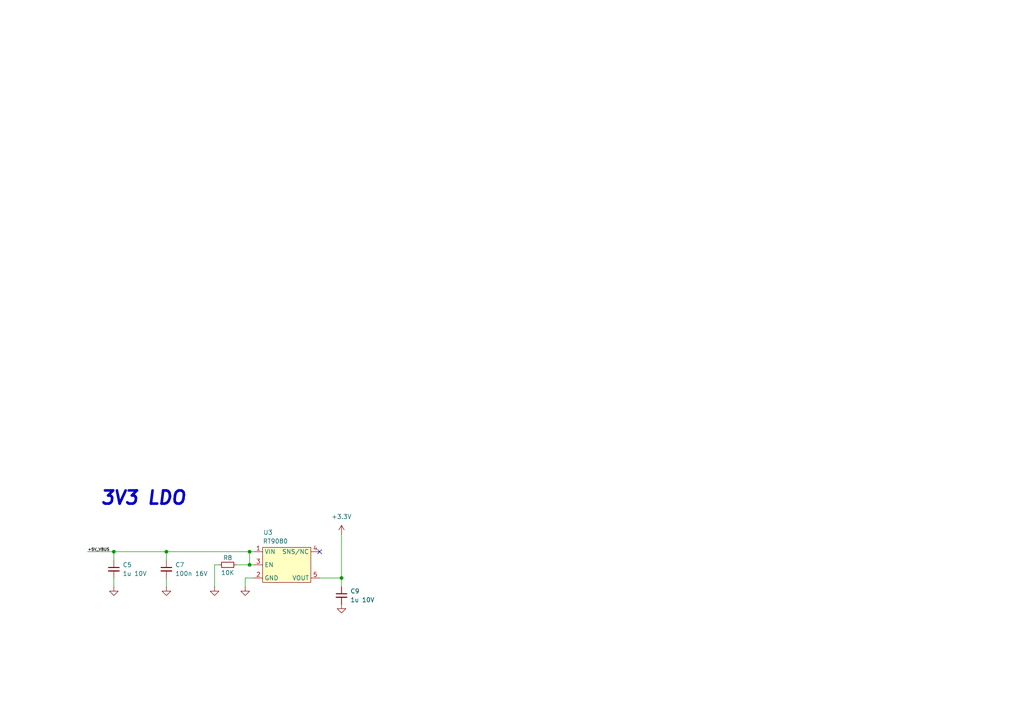
<source format=kicad_sch>
(kicad_sch (version 20250114) (generator "eeschema") (generator_version "9.0")
  (paper "A4")
  (lib_symbols
    (symbol "Device:C_Small" (pin_numbers (hide yes)) (pin_names (offset 0.254) (hide yes))
      (property "Reference" "C" (at 0.254 1.778 0))
      (property "Value" "C_Small" (at 0.254 -2.032 0))
      (symbol "C_Small_0_1"
        (polyline (pts (xy -1.524 0.508) (xy 1.524 0.508)) (stroke (width 0.3048)))
        (polyline (pts (xy -1.524 -0.508) (xy 1.524 -0.508)) (stroke (width 0.3302)))
      )
      (symbol "C_Small_1_1"
        (pin passive line (at 0 2.54 270) (length 2.032) (name "~") (number "1"))
        (pin passive line (at 0 -2.54 90) (length 2.032) (name "~") (number "2"))
      )
    )
    (symbol "Library:+3.3V" (power) (pin_numbers (hide yes)) (pin_names (offset 0) (hide yes))
      (property "Value" "+3.3V" (at 0 3.556 0))
      (symbol "+3.3V_0_1"
        (polyline (pts (xy -0.762 1.27) (xy 0 2.54)))
        (polyline (pts (xy 0 2.54) (xy 0.762 1.27)))
        (polyline (pts (xy 0 0) (xy 0 2.54)))
      )
      (symbol "+3.3V_1_1"
        (pin power_in line (at 0 0 90) (length 0) (name "~") (number "1"))
      )
    )
    (symbol "Library:GND" (power) (pin_numbers (hide yes)) (pin_names (offset 0) (hide yes))
      (property "Value" "GND" (at 0 -3.81 0))
      (symbol "GND_0_1"
        (polyline (pts (xy 0 0) (xy 0 -1.27) (xy 1.27 -1.27) (xy 0 -2.54) (xy -1.27 -1.27) (xy 0 -1.27)))
      )
      (symbol "GND_1_1"
        (pin power_in line (at 0 0 270) (length 0) (name "~") (number "1"))
      )
    )
    (symbol "Library:RT9080"
      (property "Reference" "U" (at 3.81 3.81 0))
      (property "Value" "RT9080" (at 6.35 1.27 0))
      (property "LCSC Part" "C841192" (at 0 0 0))
      (symbol "RT9080_0_1"
        (rectangle (start 0 0) (end 13.97 -10.16) (fill (type background)))
      )
      (symbol "RT9080_1_1"
        (pin power_in line (at -2.54 -1.27 0) (length 2.54) (name "VIN") (number "1"))
        (pin input line (at -2.54 -5.08 0) (length 2.54) (name "EN") (number "3"))
        (pin power_in line (at -2.54 -8.89 0) (length 2.54) (name "GND") (number "2"))
        (pin passive line (at 16.51 -1.27 180) (length 2.54) (name "SNS/NC") (number "4"))
        (pin power_out line (at 16.51 -8.89 180) (length 2.54) (name "VOUT") (number "5"))
      )
    )
    (symbol "Library:R_Small" (pin_numbers (hide yes)) (pin_names (offset 0.254) (hide yes))
      (property "Reference" "R" (at 0.762 0.508 0))
      (property "Value" "R_Small" (at 0.762 -1.016 0))
      (symbol "R_Small_0_1"
        (rectangle (start -0.762 1.778) (end 0.762 -1.778) (stroke (width 0.2032)))
      )
      (symbol "R_Small_1_1"
        (pin passive line (at 0 2.54 270) (length 0.762) (name "~") (number "1"))
        (pin passive line (at 0 -2.54 90) (length 0.762) (name "~") (number "2"))
      )
    )
  )
  (text "3V3 LDO" (at 28.956 146.812 0) (effects (font (size 3.81 3.81) (bold yes) (italic yes)) (justify left bottom)))
  (junction (at 48.26 160.02))
  (junction (at 72.39 163.83))
  (junction (at 99.06 167.64))
  (junction (at 33.02 160.02))
  (junction (at 72.39 160.02))
  (no_connect (at 92.71 160.02))
  (wire (pts (xy 72.39 163.83) (xy 73.66 163.83)))
  (wire (pts (xy 99.06 154.94) (xy 99.06 167.64)))
  (wire (pts (xy 99.06 167.64) (xy 99.06 170.18)))
  (wire (pts (xy 33.02 160.02) (xy 33.02 162.56)))
  (wire (pts (xy 71.12 167.64) (xy 71.12 170.18)))
  (wire (pts (xy 72.39 160.02) (xy 73.66 160.02)))
  (wire (pts (xy 48.26 160.02) (xy 72.39 160.02)))
  (wire (pts (xy 68.58 163.83) (xy 72.39 163.83)))
  (wire (pts (xy 33.02 170.18) (xy 33.02 167.64)))
  (wire (pts (xy 48.26 170.18) (xy 48.26 167.64)))
  (wire (pts (xy 62.23 163.83) (xy 63.5 163.83)))
  (wire (pts (xy 48.26 160.02) (xy 48.26 162.56)))
  (wire (pts (xy 92.71 167.64) (xy 99.06 167.64)))
  (wire (pts (xy 72.39 160.02) (xy 72.39 163.83)))
  (wire (pts (xy 73.66 167.64) (xy 71.12 167.64)))
  (wire (pts (xy 62.23 170.18) (xy 62.23 163.83)))
  (wire (pts (xy 25.4 160.02) (xy 33.02 160.02)))
  (wire (pts (xy 33.02 160.02) (xy 48.26 160.02)))
  (label "+5V_VBUS" (at 25.4 160.02 0) (effects (font (size 0.8128 0.8128))))
  (symbol (lib_id "Library:RT9080") (at 76.2 158.75 0) (unit 1)
    (property "Reference" "U3" (at 77.724 154.432 0))
    (property "Value" "RT9080" (at 79.883 156.972 0))
    (property "Footprint" "Package_TO_SOT_SMD:SOT-23-5_HandSoldering" (effects (hide yes)))
    (property "Datasheet" "https://www.richtek.com/assets/product_file/RT9080/DS9080-00.pdf" (effects (hide yes)))
    (property "Description" "75dB@(1kHz) 600mA null 3.3V Positive electrode 5.5V TSOT-23-5 Linear Voltage Regulators (LDO)" (effects (hide yes)))
    (property "LCSC Part" "C841192" (effects (hide yes)))
  )
  (symbol (lib_id "Library:GND") (at 99.06 175.26 0) (unit 1)
    (property "Reference" "#PWR039" (effects (hide yes)))
    (property "Value" "GND" (effects (hide yes)))
    (property "Description" "Power symbol creates a global label with name \"GND\" , ground" (effects (hide yes)))
  )
  (symbol (lib_id "Library:R_Small") (at 66.04 163.83 270) (unit 1)
    (property "Reference" "R8" (at 66.04 161.798 90))
    (property "Value" "10K" (at 66.04 166.116 90))
    (property "Footprint" "0_passives:R_0402_1005Metric_Pad0.72x0.64mm_HandSolder" (effects (hide yes)))
    (property "Description" "Resistor, small symbol" (effects (hide yes)))
    (property "LCSC Part" "C60490" (effects (hide yes)))
  )
  (symbol (lib_id "Library:GND") (at 71.12 170.18 0) (unit 1)
    (property "Reference" "#PWR037" (effects (hide yes)))
    (property "Value" "GND" (effects (hide yes)))
    (property "Description" "Power symbol creates a global label with name \"GND\" , ground" (effects (hide yes)))
  )
  (symbol (lib_id "Library:+3.3V") (at 99.06 154.94 0) (unit 1)
    (property "Reference" "#PWR038" (effects (hide yes)))
    (property "Value" "+3.3V" (at 99.06 149.86 0))
    (property "Description" "Power symbol creates a global label with name \"+3.3V\"" (effects (hide yes)))
  )
  (symbol (lib_id "Device:C_Small") (at 99.06 172.72 0) (unit 1)
    (property "Reference" "C9" (at 101.6 171.4562 0) (effects (justify left)))
    (property "Value" "1u 10V" (at 101.6 173.9962 0) (effects (justify left)))
    (property "Footprint" "0_passives:C_0402_1005Metric_Pad0.74x0.62mm_HandSolder" (effects (hide yes)))
    (property "Description" "Unpolarized capacitor, small symbol" (effects (hide yes)))
    (property "LCSC Part" "C14445" (effects (hide yes)))
  )
  (symbol (lib_id "Library:GND") (at 48.26 170.18 0) (unit 1)
    (property "Reference" "#PWR029" (effects (hide yes)))
    (property "Value" "GND" (effects (hide yes)))
    (property "Description" "Power symbol creates a global label with name \"GND\" , ground" (effects (hide yes)))
  )
  (symbol (lib_id "Library:GND") (at 62.23 170.18 0) (unit 1)
    (property "Reference" "#PWR033" (effects (hide yes)))
    (property "Value" "GND" (effects (hide yes)))
    (property "Description" "Power symbol creates a global label with name \"GND\" , ground" (effects (hide yes)))
  )
  (symbol (lib_id "Library:GND") (at 33.02 170.18 0) (unit 1)
    (property "Reference" "#PWR027" (effects (hide yes)))
    (property "Value" "GND" (effects (hide yes)))
    (property "Description" "Power symbol creates a global label with name \"GND\" , ground" (effects (hide yes)))
  )
  (symbol (lib_id "Device:C_Small") (at 48.26 165.1 0) (unit 1)
    (property "Reference" "C7" (at 50.8 163.8362 0) (effects (justify left)))
    (property "Value" "100n 16V" (at 50.8 166.3762 0) (effects (justify left)))
    (property "Footprint" "Capacitor_SMD:C_0402_1005Metric" (effects (hide yes)))
    (property "Description" "Unpolarized capacitor, small symbol" (effects (hide yes)))
    (property "LCSC Part" "C41851" (effects (hide yes)))
  )
  (symbol (lib_id "Device:C_Small") (at 33.02 165.1 0) (unit 1)
    (property "Reference" "C5" (at 35.56 163.8362 0) (effects (justify left)))
    (property "Value" "1u 10V" (at 35.56 166.3762 0) (effects (justify left)))
    (property "Footprint" "0_passives:C_0402_1005Metric_Pad0.74x0.62mm_HandSolder" (effects (hide yes)))
    (property "Description" "Unpolarized capacitor, small symbol" (effects (hide yes)))
    (property "LCSC Part" "C14445" (effects (hide yes)))
  )
)
</source>
